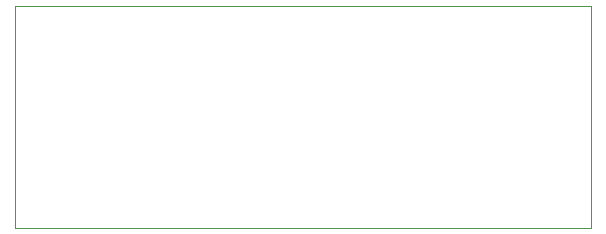
<source format=gko>
G04 #@! TF.FileFunction,Profile,NP*
%FSLAX46Y46*%
G04 Gerber Fmt 4.6, Leading zero omitted, Abs format (unit mm)*
G04 Created by KiCad (PCBNEW 0.201412191901+5326~19~ubuntu14.04.1-product) date Mon 22 Dec 2014 04:55:03 PM PST*
%MOMM*%
G01*
G04 APERTURE LIST*
%ADD10C,0.100000*%
G04 APERTURE END LIST*
D10*
X148082000Y-105410000D02*
X148082000Y-86614000D01*
X196850000Y-105410000D02*
X148082000Y-105410000D01*
X196850000Y-86614000D02*
X196850000Y-105410000D01*
X148082000Y-86614000D02*
X196850000Y-86614000D01*
M02*

</source>
